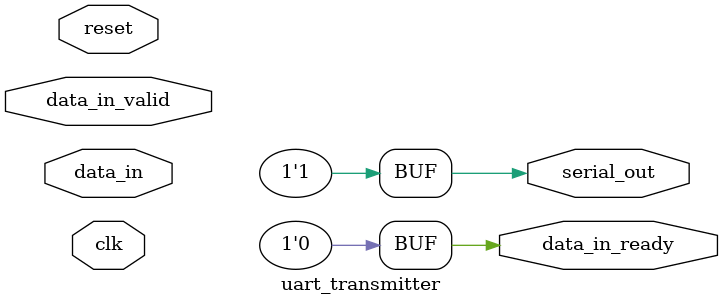
<source format=v>
`include "util.vh"

module uart_transmitter #(
    parameter CLOCK_FREQ = 33_000_000,
    parameter BAUD_RATE = 115_200)
(
    input clk,
    input reset,

    input [7:0] data_in,
    input data_in_valid,
    output data_in_ready,

    output serial_out
);
    assign serial_out = 1'b1;
    assign data_in_ready = 1'b0;
    // Place your implementation here.
endmodule

</source>
